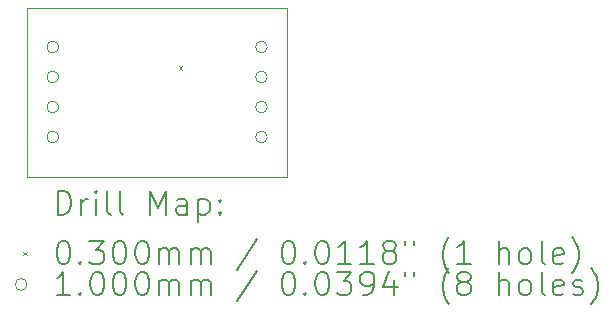
<source format=gbr>
%TF.GenerationSoftware,KiCad,Pcbnew,9.0.2*%
%TF.CreationDate,2025-07-09T22:06:22-04:00*%
%TF.ProjectId,inst_amp_ina333,696e7374-5f61-46d7-905f-696e61333333,rev?*%
%TF.SameCoordinates,Original*%
%TF.FileFunction,Drillmap*%
%TF.FilePolarity,Positive*%
%FSLAX45Y45*%
G04 Gerber Fmt 4.5, Leading zero omitted, Abs format (unit mm)*
G04 Created by KiCad (PCBNEW 9.0.2) date 2025-07-09 22:06:22*
%MOMM*%
%LPD*%
G01*
G04 APERTURE LIST*
%ADD10C,0.050000*%
%ADD11C,0.200000*%
%ADD12C,0.100000*%
G04 APERTURE END LIST*
D10*
X12750800Y-6019800D02*
X14947900Y-6019800D01*
X14947900Y-7454900D01*
X12750800Y-7454900D01*
X12750800Y-6019800D01*
D11*
D12*
X14031200Y-6512800D02*
X14061200Y-6542800D01*
X14061200Y-6512800D02*
X14031200Y-6542800D01*
X13016700Y-6350000D02*
G75*
G02*
X12916700Y-6350000I-50000J0D01*
G01*
X12916700Y-6350000D02*
G75*
G02*
X13016700Y-6350000I50000J0D01*
G01*
X13016700Y-6604000D02*
G75*
G02*
X12916700Y-6604000I-50000J0D01*
G01*
X12916700Y-6604000D02*
G75*
G02*
X13016700Y-6604000I50000J0D01*
G01*
X13016700Y-6858000D02*
G75*
G02*
X12916700Y-6858000I-50000J0D01*
G01*
X12916700Y-6858000D02*
G75*
G02*
X13016700Y-6858000I50000J0D01*
G01*
X13016700Y-7112000D02*
G75*
G02*
X12916700Y-7112000I-50000J0D01*
G01*
X12916700Y-7112000D02*
G75*
G02*
X13016700Y-7112000I50000J0D01*
G01*
X14782000Y-6350000D02*
G75*
G02*
X14682000Y-6350000I-50000J0D01*
G01*
X14682000Y-6350000D02*
G75*
G02*
X14782000Y-6350000I50000J0D01*
G01*
X14782000Y-6604000D02*
G75*
G02*
X14682000Y-6604000I-50000J0D01*
G01*
X14682000Y-6604000D02*
G75*
G02*
X14782000Y-6604000I50000J0D01*
G01*
X14782000Y-6858000D02*
G75*
G02*
X14682000Y-6858000I-50000J0D01*
G01*
X14682000Y-6858000D02*
G75*
G02*
X14782000Y-6858000I50000J0D01*
G01*
X14782000Y-7112000D02*
G75*
G02*
X14682000Y-7112000I-50000J0D01*
G01*
X14682000Y-7112000D02*
G75*
G02*
X14782000Y-7112000I50000J0D01*
G01*
D11*
X13009077Y-7768884D02*
X13009077Y-7568884D01*
X13009077Y-7568884D02*
X13056696Y-7568884D01*
X13056696Y-7568884D02*
X13085267Y-7578408D01*
X13085267Y-7578408D02*
X13104315Y-7597455D01*
X13104315Y-7597455D02*
X13113839Y-7616503D01*
X13113839Y-7616503D02*
X13123362Y-7654598D01*
X13123362Y-7654598D02*
X13123362Y-7683169D01*
X13123362Y-7683169D02*
X13113839Y-7721265D01*
X13113839Y-7721265D02*
X13104315Y-7740312D01*
X13104315Y-7740312D02*
X13085267Y-7759360D01*
X13085267Y-7759360D02*
X13056696Y-7768884D01*
X13056696Y-7768884D02*
X13009077Y-7768884D01*
X13209077Y-7768884D02*
X13209077Y-7635550D01*
X13209077Y-7673646D02*
X13218601Y-7654598D01*
X13218601Y-7654598D02*
X13228124Y-7645074D01*
X13228124Y-7645074D02*
X13247172Y-7635550D01*
X13247172Y-7635550D02*
X13266220Y-7635550D01*
X13332886Y-7768884D02*
X13332886Y-7635550D01*
X13332886Y-7568884D02*
X13323362Y-7578408D01*
X13323362Y-7578408D02*
X13332886Y-7587931D01*
X13332886Y-7587931D02*
X13342410Y-7578408D01*
X13342410Y-7578408D02*
X13332886Y-7568884D01*
X13332886Y-7568884D02*
X13332886Y-7587931D01*
X13456696Y-7768884D02*
X13437648Y-7759360D01*
X13437648Y-7759360D02*
X13428124Y-7740312D01*
X13428124Y-7740312D02*
X13428124Y-7568884D01*
X13561458Y-7768884D02*
X13542410Y-7759360D01*
X13542410Y-7759360D02*
X13532886Y-7740312D01*
X13532886Y-7740312D02*
X13532886Y-7568884D01*
X13790029Y-7768884D02*
X13790029Y-7568884D01*
X13790029Y-7568884D02*
X13856696Y-7711741D01*
X13856696Y-7711741D02*
X13923362Y-7568884D01*
X13923362Y-7568884D02*
X13923362Y-7768884D01*
X14104315Y-7768884D02*
X14104315Y-7664122D01*
X14104315Y-7664122D02*
X14094791Y-7645074D01*
X14094791Y-7645074D02*
X14075743Y-7635550D01*
X14075743Y-7635550D02*
X14037648Y-7635550D01*
X14037648Y-7635550D02*
X14018601Y-7645074D01*
X14104315Y-7759360D02*
X14085267Y-7768884D01*
X14085267Y-7768884D02*
X14037648Y-7768884D01*
X14037648Y-7768884D02*
X14018601Y-7759360D01*
X14018601Y-7759360D02*
X14009077Y-7740312D01*
X14009077Y-7740312D02*
X14009077Y-7721265D01*
X14009077Y-7721265D02*
X14018601Y-7702217D01*
X14018601Y-7702217D02*
X14037648Y-7692693D01*
X14037648Y-7692693D02*
X14085267Y-7692693D01*
X14085267Y-7692693D02*
X14104315Y-7683169D01*
X14199553Y-7635550D02*
X14199553Y-7835550D01*
X14199553Y-7645074D02*
X14218601Y-7635550D01*
X14218601Y-7635550D02*
X14256696Y-7635550D01*
X14256696Y-7635550D02*
X14275743Y-7645074D01*
X14275743Y-7645074D02*
X14285267Y-7654598D01*
X14285267Y-7654598D02*
X14294791Y-7673646D01*
X14294791Y-7673646D02*
X14294791Y-7730788D01*
X14294791Y-7730788D02*
X14285267Y-7749836D01*
X14285267Y-7749836D02*
X14275743Y-7759360D01*
X14275743Y-7759360D02*
X14256696Y-7768884D01*
X14256696Y-7768884D02*
X14218601Y-7768884D01*
X14218601Y-7768884D02*
X14199553Y-7759360D01*
X14380505Y-7749836D02*
X14390029Y-7759360D01*
X14390029Y-7759360D02*
X14380505Y-7768884D01*
X14380505Y-7768884D02*
X14370982Y-7759360D01*
X14370982Y-7759360D02*
X14380505Y-7749836D01*
X14380505Y-7749836D02*
X14380505Y-7768884D01*
X14380505Y-7645074D02*
X14390029Y-7654598D01*
X14390029Y-7654598D02*
X14380505Y-7664122D01*
X14380505Y-7664122D02*
X14370982Y-7654598D01*
X14370982Y-7654598D02*
X14380505Y-7645074D01*
X14380505Y-7645074D02*
X14380505Y-7664122D01*
D12*
X12718300Y-8082400D02*
X12748300Y-8112400D01*
X12748300Y-8082400D02*
X12718300Y-8112400D01*
D11*
X13047172Y-7988884D02*
X13066220Y-7988884D01*
X13066220Y-7988884D02*
X13085267Y-7998408D01*
X13085267Y-7998408D02*
X13094791Y-8007931D01*
X13094791Y-8007931D02*
X13104315Y-8026979D01*
X13104315Y-8026979D02*
X13113839Y-8065074D01*
X13113839Y-8065074D02*
X13113839Y-8112693D01*
X13113839Y-8112693D02*
X13104315Y-8150788D01*
X13104315Y-8150788D02*
X13094791Y-8169836D01*
X13094791Y-8169836D02*
X13085267Y-8179360D01*
X13085267Y-8179360D02*
X13066220Y-8188884D01*
X13066220Y-8188884D02*
X13047172Y-8188884D01*
X13047172Y-8188884D02*
X13028124Y-8179360D01*
X13028124Y-8179360D02*
X13018601Y-8169836D01*
X13018601Y-8169836D02*
X13009077Y-8150788D01*
X13009077Y-8150788D02*
X12999553Y-8112693D01*
X12999553Y-8112693D02*
X12999553Y-8065074D01*
X12999553Y-8065074D02*
X13009077Y-8026979D01*
X13009077Y-8026979D02*
X13018601Y-8007931D01*
X13018601Y-8007931D02*
X13028124Y-7998408D01*
X13028124Y-7998408D02*
X13047172Y-7988884D01*
X13199553Y-8169836D02*
X13209077Y-8179360D01*
X13209077Y-8179360D02*
X13199553Y-8188884D01*
X13199553Y-8188884D02*
X13190029Y-8179360D01*
X13190029Y-8179360D02*
X13199553Y-8169836D01*
X13199553Y-8169836D02*
X13199553Y-8188884D01*
X13275743Y-7988884D02*
X13399553Y-7988884D01*
X13399553Y-7988884D02*
X13332886Y-8065074D01*
X13332886Y-8065074D02*
X13361458Y-8065074D01*
X13361458Y-8065074D02*
X13380505Y-8074598D01*
X13380505Y-8074598D02*
X13390029Y-8084122D01*
X13390029Y-8084122D02*
X13399553Y-8103169D01*
X13399553Y-8103169D02*
X13399553Y-8150788D01*
X13399553Y-8150788D02*
X13390029Y-8169836D01*
X13390029Y-8169836D02*
X13380505Y-8179360D01*
X13380505Y-8179360D02*
X13361458Y-8188884D01*
X13361458Y-8188884D02*
X13304315Y-8188884D01*
X13304315Y-8188884D02*
X13285267Y-8179360D01*
X13285267Y-8179360D02*
X13275743Y-8169836D01*
X13523362Y-7988884D02*
X13542410Y-7988884D01*
X13542410Y-7988884D02*
X13561458Y-7998408D01*
X13561458Y-7998408D02*
X13570982Y-8007931D01*
X13570982Y-8007931D02*
X13580505Y-8026979D01*
X13580505Y-8026979D02*
X13590029Y-8065074D01*
X13590029Y-8065074D02*
X13590029Y-8112693D01*
X13590029Y-8112693D02*
X13580505Y-8150788D01*
X13580505Y-8150788D02*
X13570982Y-8169836D01*
X13570982Y-8169836D02*
X13561458Y-8179360D01*
X13561458Y-8179360D02*
X13542410Y-8188884D01*
X13542410Y-8188884D02*
X13523362Y-8188884D01*
X13523362Y-8188884D02*
X13504315Y-8179360D01*
X13504315Y-8179360D02*
X13494791Y-8169836D01*
X13494791Y-8169836D02*
X13485267Y-8150788D01*
X13485267Y-8150788D02*
X13475743Y-8112693D01*
X13475743Y-8112693D02*
X13475743Y-8065074D01*
X13475743Y-8065074D02*
X13485267Y-8026979D01*
X13485267Y-8026979D02*
X13494791Y-8007931D01*
X13494791Y-8007931D02*
X13504315Y-7998408D01*
X13504315Y-7998408D02*
X13523362Y-7988884D01*
X13713839Y-7988884D02*
X13732886Y-7988884D01*
X13732886Y-7988884D02*
X13751934Y-7998408D01*
X13751934Y-7998408D02*
X13761458Y-8007931D01*
X13761458Y-8007931D02*
X13770982Y-8026979D01*
X13770982Y-8026979D02*
X13780505Y-8065074D01*
X13780505Y-8065074D02*
X13780505Y-8112693D01*
X13780505Y-8112693D02*
X13770982Y-8150788D01*
X13770982Y-8150788D02*
X13761458Y-8169836D01*
X13761458Y-8169836D02*
X13751934Y-8179360D01*
X13751934Y-8179360D02*
X13732886Y-8188884D01*
X13732886Y-8188884D02*
X13713839Y-8188884D01*
X13713839Y-8188884D02*
X13694791Y-8179360D01*
X13694791Y-8179360D02*
X13685267Y-8169836D01*
X13685267Y-8169836D02*
X13675743Y-8150788D01*
X13675743Y-8150788D02*
X13666220Y-8112693D01*
X13666220Y-8112693D02*
X13666220Y-8065074D01*
X13666220Y-8065074D02*
X13675743Y-8026979D01*
X13675743Y-8026979D02*
X13685267Y-8007931D01*
X13685267Y-8007931D02*
X13694791Y-7998408D01*
X13694791Y-7998408D02*
X13713839Y-7988884D01*
X13866220Y-8188884D02*
X13866220Y-8055550D01*
X13866220Y-8074598D02*
X13875743Y-8065074D01*
X13875743Y-8065074D02*
X13894791Y-8055550D01*
X13894791Y-8055550D02*
X13923363Y-8055550D01*
X13923363Y-8055550D02*
X13942410Y-8065074D01*
X13942410Y-8065074D02*
X13951934Y-8084122D01*
X13951934Y-8084122D02*
X13951934Y-8188884D01*
X13951934Y-8084122D02*
X13961458Y-8065074D01*
X13961458Y-8065074D02*
X13980505Y-8055550D01*
X13980505Y-8055550D02*
X14009077Y-8055550D01*
X14009077Y-8055550D02*
X14028124Y-8065074D01*
X14028124Y-8065074D02*
X14037648Y-8084122D01*
X14037648Y-8084122D02*
X14037648Y-8188884D01*
X14132886Y-8188884D02*
X14132886Y-8055550D01*
X14132886Y-8074598D02*
X14142410Y-8065074D01*
X14142410Y-8065074D02*
X14161458Y-8055550D01*
X14161458Y-8055550D02*
X14190029Y-8055550D01*
X14190029Y-8055550D02*
X14209077Y-8065074D01*
X14209077Y-8065074D02*
X14218601Y-8084122D01*
X14218601Y-8084122D02*
X14218601Y-8188884D01*
X14218601Y-8084122D02*
X14228124Y-8065074D01*
X14228124Y-8065074D02*
X14247172Y-8055550D01*
X14247172Y-8055550D02*
X14275743Y-8055550D01*
X14275743Y-8055550D02*
X14294791Y-8065074D01*
X14294791Y-8065074D02*
X14304315Y-8084122D01*
X14304315Y-8084122D02*
X14304315Y-8188884D01*
X14694791Y-7979360D02*
X14523363Y-8236503D01*
X14951934Y-7988884D02*
X14970982Y-7988884D01*
X14970982Y-7988884D02*
X14990029Y-7998408D01*
X14990029Y-7998408D02*
X14999553Y-8007931D01*
X14999553Y-8007931D02*
X15009077Y-8026979D01*
X15009077Y-8026979D02*
X15018601Y-8065074D01*
X15018601Y-8065074D02*
X15018601Y-8112693D01*
X15018601Y-8112693D02*
X15009077Y-8150788D01*
X15009077Y-8150788D02*
X14999553Y-8169836D01*
X14999553Y-8169836D02*
X14990029Y-8179360D01*
X14990029Y-8179360D02*
X14970982Y-8188884D01*
X14970982Y-8188884D02*
X14951934Y-8188884D01*
X14951934Y-8188884D02*
X14932886Y-8179360D01*
X14932886Y-8179360D02*
X14923363Y-8169836D01*
X14923363Y-8169836D02*
X14913839Y-8150788D01*
X14913839Y-8150788D02*
X14904315Y-8112693D01*
X14904315Y-8112693D02*
X14904315Y-8065074D01*
X14904315Y-8065074D02*
X14913839Y-8026979D01*
X14913839Y-8026979D02*
X14923363Y-8007931D01*
X14923363Y-8007931D02*
X14932886Y-7998408D01*
X14932886Y-7998408D02*
X14951934Y-7988884D01*
X15104315Y-8169836D02*
X15113839Y-8179360D01*
X15113839Y-8179360D02*
X15104315Y-8188884D01*
X15104315Y-8188884D02*
X15094791Y-8179360D01*
X15094791Y-8179360D02*
X15104315Y-8169836D01*
X15104315Y-8169836D02*
X15104315Y-8188884D01*
X15237648Y-7988884D02*
X15256696Y-7988884D01*
X15256696Y-7988884D02*
X15275744Y-7998408D01*
X15275744Y-7998408D02*
X15285267Y-8007931D01*
X15285267Y-8007931D02*
X15294791Y-8026979D01*
X15294791Y-8026979D02*
X15304315Y-8065074D01*
X15304315Y-8065074D02*
X15304315Y-8112693D01*
X15304315Y-8112693D02*
X15294791Y-8150788D01*
X15294791Y-8150788D02*
X15285267Y-8169836D01*
X15285267Y-8169836D02*
X15275744Y-8179360D01*
X15275744Y-8179360D02*
X15256696Y-8188884D01*
X15256696Y-8188884D02*
X15237648Y-8188884D01*
X15237648Y-8188884D02*
X15218601Y-8179360D01*
X15218601Y-8179360D02*
X15209077Y-8169836D01*
X15209077Y-8169836D02*
X15199553Y-8150788D01*
X15199553Y-8150788D02*
X15190029Y-8112693D01*
X15190029Y-8112693D02*
X15190029Y-8065074D01*
X15190029Y-8065074D02*
X15199553Y-8026979D01*
X15199553Y-8026979D02*
X15209077Y-8007931D01*
X15209077Y-8007931D02*
X15218601Y-7998408D01*
X15218601Y-7998408D02*
X15237648Y-7988884D01*
X15494791Y-8188884D02*
X15380506Y-8188884D01*
X15437648Y-8188884D02*
X15437648Y-7988884D01*
X15437648Y-7988884D02*
X15418601Y-8017455D01*
X15418601Y-8017455D02*
X15399553Y-8036503D01*
X15399553Y-8036503D02*
X15380506Y-8046027D01*
X15685267Y-8188884D02*
X15570982Y-8188884D01*
X15628125Y-8188884D02*
X15628125Y-7988884D01*
X15628125Y-7988884D02*
X15609077Y-8017455D01*
X15609077Y-8017455D02*
X15590029Y-8036503D01*
X15590029Y-8036503D02*
X15570982Y-8046027D01*
X15799553Y-8074598D02*
X15780506Y-8065074D01*
X15780506Y-8065074D02*
X15770982Y-8055550D01*
X15770982Y-8055550D02*
X15761458Y-8036503D01*
X15761458Y-8036503D02*
X15761458Y-8026979D01*
X15761458Y-8026979D02*
X15770982Y-8007931D01*
X15770982Y-8007931D02*
X15780506Y-7998408D01*
X15780506Y-7998408D02*
X15799553Y-7988884D01*
X15799553Y-7988884D02*
X15837648Y-7988884D01*
X15837648Y-7988884D02*
X15856696Y-7998408D01*
X15856696Y-7998408D02*
X15866220Y-8007931D01*
X15866220Y-8007931D02*
X15875744Y-8026979D01*
X15875744Y-8026979D02*
X15875744Y-8036503D01*
X15875744Y-8036503D02*
X15866220Y-8055550D01*
X15866220Y-8055550D02*
X15856696Y-8065074D01*
X15856696Y-8065074D02*
X15837648Y-8074598D01*
X15837648Y-8074598D02*
X15799553Y-8074598D01*
X15799553Y-8074598D02*
X15780506Y-8084122D01*
X15780506Y-8084122D02*
X15770982Y-8093646D01*
X15770982Y-8093646D02*
X15761458Y-8112693D01*
X15761458Y-8112693D02*
X15761458Y-8150788D01*
X15761458Y-8150788D02*
X15770982Y-8169836D01*
X15770982Y-8169836D02*
X15780506Y-8179360D01*
X15780506Y-8179360D02*
X15799553Y-8188884D01*
X15799553Y-8188884D02*
X15837648Y-8188884D01*
X15837648Y-8188884D02*
X15856696Y-8179360D01*
X15856696Y-8179360D02*
X15866220Y-8169836D01*
X15866220Y-8169836D02*
X15875744Y-8150788D01*
X15875744Y-8150788D02*
X15875744Y-8112693D01*
X15875744Y-8112693D02*
X15866220Y-8093646D01*
X15866220Y-8093646D02*
X15856696Y-8084122D01*
X15856696Y-8084122D02*
X15837648Y-8074598D01*
X15951934Y-7988884D02*
X15951934Y-8026979D01*
X16028125Y-7988884D02*
X16028125Y-8026979D01*
X16323363Y-8265074D02*
X16313839Y-8255550D01*
X16313839Y-8255550D02*
X16294791Y-8226979D01*
X16294791Y-8226979D02*
X16285268Y-8207931D01*
X16285268Y-8207931D02*
X16275744Y-8179360D01*
X16275744Y-8179360D02*
X16266220Y-8131741D01*
X16266220Y-8131741D02*
X16266220Y-8093646D01*
X16266220Y-8093646D02*
X16275744Y-8046027D01*
X16275744Y-8046027D02*
X16285268Y-8017455D01*
X16285268Y-8017455D02*
X16294791Y-7998408D01*
X16294791Y-7998408D02*
X16313839Y-7969836D01*
X16313839Y-7969836D02*
X16323363Y-7960312D01*
X16504315Y-8188884D02*
X16390029Y-8188884D01*
X16447172Y-8188884D02*
X16447172Y-7988884D01*
X16447172Y-7988884D02*
X16428125Y-8017455D01*
X16428125Y-8017455D02*
X16409077Y-8036503D01*
X16409077Y-8036503D02*
X16390029Y-8046027D01*
X16742410Y-8188884D02*
X16742410Y-7988884D01*
X16828125Y-8188884D02*
X16828125Y-8084122D01*
X16828125Y-8084122D02*
X16818601Y-8065074D01*
X16818601Y-8065074D02*
X16799553Y-8055550D01*
X16799553Y-8055550D02*
X16770982Y-8055550D01*
X16770982Y-8055550D02*
X16751934Y-8065074D01*
X16751934Y-8065074D02*
X16742410Y-8074598D01*
X16951934Y-8188884D02*
X16932887Y-8179360D01*
X16932887Y-8179360D02*
X16923363Y-8169836D01*
X16923363Y-8169836D02*
X16913839Y-8150788D01*
X16913839Y-8150788D02*
X16913839Y-8093646D01*
X16913839Y-8093646D02*
X16923363Y-8074598D01*
X16923363Y-8074598D02*
X16932887Y-8065074D01*
X16932887Y-8065074D02*
X16951934Y-8055550D01*
X16951934Y-8055550D02*
X16980506Y-8055550D01*
X16980506Y-8055550D02*
X16999553Y-8065074D01*
X16999553Y-8065074D02*
X17009077Y-8074598D01*
X17009077Y-8074598D02*
X17018601Y-8093646D01*
X17018601Y-8093646D02*
X17018601Y-8150788D01*
X17018601Y-8150788D02*
X17009077Y-8169836D01*
X17009077Y-8169836D02*
X16999553Y-8179360D01*
X16999553Y-8179360D02*
X16980506Y-8188884D01*
X16980506Y-8188884D02*
X16951934Y-8188884D01*
X17132887Y-8188884D02*
X17113839Y-8179360D01*
X17113839Y-8179360D02*
X17104315Y-8160312D01*
X17104315Y-8160312D02*
X17104315Y-7988884D01*
X17285268Y-8179360D02*
X17266220Y-8188884D01*
X17266220Y-8188884D02*
X17228125Y-8188884D01*
X17228125Y-8188884D02*
X17209077Y-8179360D01*
X17209077Y-8179360D02*
X17199553Y-8160312D01*
X17199553Y-8160312D02*
X17199553Y-8084122D01*
X17199553Y-8084122D02*
X17209077Y-8065074D01*
X17209077Y-8065074D02*
X17228125Y-8055550D01*
X17228125Y-8055550D02*
X17266220Y-8055550D01*
X17266220Y-8055550D02*
X17285268Y-8065074D01*
X17285268Y-8065074D02*
X17294792Y-8084122D01*
X17294792Y-8084122D02*
X17294792Y-8103169D01*
X17294792Y-8103169D02*
X17199553Y-8122217D01*
X17361458Y-8265074D02*
X17370982Y-8255550D01*
X17370982Y-8255550D02*
X17390030Y-8226979D01*
X17390030Y-8226979D02*
X17399553Y-8207931D01*
X17399553Y-8207931D02*
X17409077Y-8179360D01*
X17409077Y-8179360D02*
X17418601Y-8131741D01*
X17418601Y-8131741D02*
X17418601Y-8093646D01*
X17418601Y-8093646D02*
X17409077Y-8046027D01*
X17409077Y-8046027D02*
X17399553Y-8017455D01*
X17399553Y-8017455D02*
X17390030Y-7998408D01*
X17390030Y-7998408D02*
X17370982Y-7969836D01*
X17370982Y-7969836D02*
X17361458Y-7960312D01*
D12*
X12748300Y-8361400D02*
G75*
G02*
X12648300Y-8361400I-50000J0D01*
G01*
X12648300Y-8361400D02*
G75*
G02*
X12748300Y-8361400I50000J0D01*
G01*
D11*
X13113839Y-8452884D02*
X12999553Y-8452884D01*
X13056696Y-8452884D02*
X13056696Y-8252884D01*
X13056696Y-8252884D02*
X13037648Y-8281455D01*
X13037648Y-8281455D02*
X13018601Y-8300503D01*
X13018601Y-8300503D02*
X12999553Y-8310027D01*
X13199553Y-8433836D02*
X13209077Y-8443360D01*
X13209077Y-8443360D02*
X13199553Y-8452884D01*
X13199553Y-8452884D02*
X13190029Y-8443360D01*
X13190029Y-8443360D02*
X13199553Y-8433836D01*
X13199553Y-8433836D02*
X13199553Y-8452884D01*
X13332886Y-8252884D02*
X13351934Y-8252884D01*
X13351934Y-8252884D02*
X13370982Y-8262408D01*
X13370982Y-8262408D02*
X13380505Y-8271931D01*
X13380505Y-8271931D02*
X13390029Y-8290979D01*
X13390029Y-8290979D02*
X13399553Y-8329074D01*
X13399553Y-8329074D02*
X13399553Y-8376693D01*
X13399553Y-8376693D02*
X13390029Y-8414789D01*
X13390029Y-8414789D02*
X13380505Y-8433836D01*
X13380505Y-8433836D02*
X13370982Y-8443360D01*
X13370982Y-8443360D02*
X13351934Y-8452884D01*
X13351934Y-8452884D02*
X13332886Y-8452884D01*
X13332886Y-8452884D02*
X13313839Y-8443360D01*
X13313839Y-8443360D02*
X13304315Y-8433836D01*
X13304315Y-8433836D02*
X13294791Y-8414789D01*
X13294791Y-8414789D02*
X13285267Y-8376693D01*
X13285267Y-8376693D02*
X13285267Y-8329074D01*
X13285267Y-8329074D02*
X13294791Y-8290979D01*
X13294791Y-8290979D02*
X13304315Y-8271931D01*
X13304315Y-8271931D02*
X13313839Y-8262408D01*
X13313839Y-8262408D02*
X13332886Y-8252884D01*
X13523362Y-8252884D02*
X13542410Y-8252884D01*
X13542410Y-8252884D02*
X13561458Y-8262408D01*
X13561458Y-8262408D02*
X13570982Y-8271931D01*
X13570982Y-8271931D02*
X13580505Y-8290979D01*
X13580505Y-8290979D02*
X13590029Y-8329074D01*
X13590029Y-8329074D02*
X13590029Y-8376693D01*
X13590029Y-8376693D02*
X13580505Y-8414789D01*
X13580505Y-8414789D02*
X13570982Y-8433836D01*
X13570982Y-8433836D02*
X13561458Y-8443360D01*
X13561458Y-8443360D02*
X13542410Y-8452884D01*
X13542410Y-8452884D02*
X13523362Y-8452884D01*
X13523362Y-8452884D02*
X13504315Y-8443360D01*
X13504315Y-8443360D02*
X13494791Y-8433836D01*
X13494791Y-8433836D02*
X13485267Y-8414789D01*
X13485267Y-8414789D02*
X13475743Y-8376693D01*
X13475743Y-8376693D02*
X13475743Y-8329074D01*
X13475743Y-8329074D02*
X13485267Y-8290979D01*
X13485267Y-8290979D02*
X13494791Y-8271931D01*
X13494791Y-8271931D02*
X13504315Y-8262408D01*
X13504315Y-8262408D02*
X13523362Y-8252884D01*
X13713839Y-8252884D02*
X13732886Y-8252884D01*
X13732886Y-8252884D02*
X13751934Y-8262408D01*
X13751934Y-8262408D02*
X13761458Y-8271931D01*
X13761458Y-8271931D02*
X13770982Y-8290979D01*
X13770982Y-8290979D02*
X13780505Y-8329074D01*
X13780505Y-8329074D02*
X13780505Y-8376693D01*
X13780505Y-8376693D02*
X13770982Y-8414789D01*
X13770982Y-8414789D02*
X13761458Y-8433836D01*
X13761458Y-8433836D02*
X13751934Y-8443360D01*
X13751934Y-8443360D02*
X13732886Y-8452884D01*
X13732886Y-8452884D02*
X13713839Y-8452884D01*
X13713839Y-8452884D02*
X13694791Y-8443360D01*
X13694791Y-8443360D02*
X13685267Y-8433836D01*
X13685267Y-8433836D02*
X13675743Y-8414789D01*
X13675743Y-8414789D02*
X13666220Y-8376693D01*
X13666220Y-8376693D02*
X13666220Y-8329074D01*
X13666220Y-8329074D02*
X13675743Y-8290979D01*
X13675743Y-8290979D02*
X13685267Y-8271931D01*
X13685267Y-8271931D02*
X13694791Y-8262408D01*
X13694791Y-8262408D02*
X13713839Y-8252884D01*
X13866220Y-8452884D02*
X13866220Y-8319550D01*
X13866220Y-8338598D02*
X13875743Y-8329074D01*
X13875743Y-8329074D02*
X13894791Y-8319550D01*
X13894791Y-8319550D02*
X13923363Y-8319550D01*
X13923363Y-8319550D02*
X13942410Y-8329074D01*
X13942410Y-8329074D02*
X13951934Y-8348122D01*
X13951934Y-8348122D02*
X13951934Y-8452884D01*
X13951934Y-8348122D02*
X13961458Y-8329074D01*
X13961458Y-8329074D02*
X13980505Y-8319550D01*
X13980505Y-8319550D02*
X14009077Y-8319550D01*
X14009077Y-8319550D02*
X14028124Y-8329074D01*
X14028124Y-8329074D02*
X14037648Y-8348122D01*
X14037648Y-8348122D02*
X14037648Y-8452884D01*
X14132886Y-8452884D02*
X14132886Y-8319550D01*
X14132886Y-8338598D02*
X14142410Y-8329074D01*
X14142410Y-8329074D02*
X14161458Y-8319550D01*
X14161458Y-8319550D02*
X14190029Y-8319550D01*
X14190029Y-8319550D02*
X14209077Y-8329074D01*
X14209077Y-8329074D02*
X14218601Y-8348122D01*
X14218601Y-8348122D02*
X14218601Y-8452884D01*
X14218601Y-8348122D02*
X14228124Y-8329074D01*
X14228124Y-8329074D02*
X14247172Y-8319550D01*
X14247172Y-8319550D02*
X14275743Y-8319550D01*
X14275743Y-8319550D02*
X14294791Y-8329074D01*
X14294791Y-8329074D02*
X14304315Y-8348122D01*
X14304315Y-8348122D02*
X14304315Y-8452884D01*
X14694791Y-8243360D02*
X14523363Y-8500503D01*
X14951934Y-8252884D02*
X14970982Y-8252884D01*
X14970982Y-8252884D02*
X14990029Y-8262408D01*
X14990029Y-8262408D02*
X14999553Y-8271931D01*
X14999553Y-8271931D02*
X15009077Y-8290979D01*
X15009077Y-8290979D02*
X15018601Y-8329074D01*
X15018601Y-8329074D02*
X15018601Y-8376693D01*
X15018601Y-8376693D02*
X15009077Y-8414789D01*
X15009077Y-8414789D02*
X14999553Y-8433836D01*
X14999553Y-8433836D02*
X14990029Y-8443360D01*
X14990029Y-8443360D02*
X14970982Y-8452884D01*
X14970982Y-8452884D02*
X14951934Y-8452884D01*
X14951934Y-8452884D02*
X14932886Y-8443360D01*
X14932886Y-8443360D02*
X14923363Y-8433836D01*
X14923363Y-8433836D02*
X14913839Y-8414789D01*
X14913839Y-8414789D02*
X14904315Y-8376693D01*
X14904315Y-8376693D02*
X14904315Y-8329074D01*
X14904315Y-8329074D02*
X14913839Y-8290979D01*
X14913839Y-8290979D02*
X14923363Y-8271931D01*
X14923363Y-8271931D02*
X14932886Y-8262408D01*
X14932886Y-8262408D02*
X14951934Y-8252884D01*
X15104315Y-8433836D02*
X15113839Y-8443360D01*
X15113839Y-8443360D02*
X15104315Y-8452884D01*
X15104315Y-8452884D02*
X15094791Y-8443360D01*
X15094791Y-8443360D02*
X15104315Y-8433836D01*
X15104315Y-8433836D02*
X15104315Y-8452884D01*
X15237648Y-8252884D02*
X15256696Y-8252884D01*
X15256696Y-8252884D02*
X15275744Y-8262408D01*
X15275744Y-8262408D02*
X15285267Y-8271931D01*
X15285267Y-8271931D02*
X15294791Y-8290979D01*
X15294791Y-8290979D02*
X15304315Y-8329074D01*
X15304315Y-8329074D02*
X15304315Y-8376693D01*
X15304315Y-8376693D02*
X15294791Y-8414789D01*
X15294791Y-8414789D02*
X15285267Y-8433836D01*
X15285267Y-8433836D02*
X15275744Y-8443360D01*
X15275744Y-8443360D02*
X15256696Y-8452884D01*
X15256696Y-8452884D02*
X15237648Y-8452884D01*
X15237648Y-8452884D02*
X15218601Y-8443360D01*
X15218601Y-8443360D02*
X15209077Y-8433836D01*
X15209077Y-8433836D02*
X15199553Y-8414789D01*
X15199553Y-8414789D02*
X15190029Y-8376693D01*
X15190029Y-8376693D02*
X15190029Y-8329074D01*
X15190029Y-8329074D02*
X15199553Y-8290979D01*
X15199553Y-8290979D02*
X15209077Y-8271931D01*
X15209077Y-8271931D02*
X15218601Y-8262408D01*
X15218601Y-8262408D02*
X15237648Y-8252884D01*
X15370982Y-8252884D02*
X15494791Y-8252884D01*
X15494791Y-8252884D02*
X15428125Y-8329074D01*
X15428125Y-8329074D02*
X15456696Y-8329074D01*
X15456696Y-8329074D02*
X15475744Y-8338598D01*
X15475744Y-8338598D02*
X15485267Y-8348122D01*
X15485267Y-8348122D02*
X15494791Y-8367169D01*
X15494791Y-8367169D02*
X15494791Y-8414789D01*
X15494791Y-8414789D02*
X15485267Y-8433836D01*
X15485267Y-8433836D02*
X15475744Y-8443360D01*
X15475744Y-8443360D02*
X15456696Y-8452884D01*
X15456696Y-8452884D02*
X15399553Y-8452884D01*
X15399553Y-8452884D02*
X15380506Y-8443360D01*
X15380506Y-8443360D02*
X15370982Y-8433836D01*
X15590029Y-8452884D02*
X15628125Y-8452884D01*
X15628125Y-8452884D02*
X15647172Y-8443360D01*
X15647172Y-8443360D02*
X15656696Y-8433836D01*
X15656696Y-8433836D02*
X15675744Y-8405265D01*
X15675744Y-8405265D02*
X15685267Y-8367169D01*
X15685267Y-8367169D02*
X15685267Y-8290979D01*
X15685267Y-8290979D02*
X15675744Y-8271931D01*
X15675744Y-8271931D02*
X15666220Y-8262408D01*
X15666220Y-8262408D02*
X15647172Y-8252884D01*
X15647172Y-8252884D02*
X15609077Y-8252884D01*
X15609077Y-8252884D02*
X15590029Y-8262408D01*
X15590029Y-8262408D02*
X15580506Y-8271931D01*
X15580506Y-8271931D02*
X15570982Y-8290979D01*
X15570982Y-8290979D02*
X15570982Y-8338598D01*
X15570982Y-8338598D02*
X15580506Y-8357646D01*
X15580506Y-8357646D02*
X15590029Y-8367169D01*
X15590029Y-8367169D02*
X15609077Y-8376693D01*
X15609077Y-8376693D02*
X15647172Y-8376693D01*
X15647172Y-8376693D02*
X15666220Y-8367169D01*
X15666220Y-8367169D02*
X15675744Y-8357646D01*
X15675744Y-8357646D02*
X15685267Y-8338598D01*
X15856696Y-8319550D02*
X15856696Y-8452884D01*
X15809077Y-8243360D02*
X15761458Y-8386217D01*
X15761458Y-8386217D02*
X15885267Y-8386217D01*
X15951934Y-8252884D02*
X15951934Y-8290979D01*
X16028125Y-8252884D02*
X16028125Y-8290979D01*
X16323363Y-8529074D02*
X16313839Y-8519550D01*
X16313839Y-8519550D02*
X16294791Y-8490979D01*
X16294791Y-8490979D02*
X16285268Y-8471931D01*
X16285268Y-8471931D02*
X16275744Y-8443360D01*
X16275744Y-8443360D02*
X16266220Y-8395741D01*
X16266220Y-8395741D02*
X16266220Y-8357646D01*
X16266220Y-8357646D02*
X16275744Y-8310027D01*
X16275744Y-8310027D02*
X16285268Y-8281455D01*
X16285268Y-8281455D02*
X16294791Y-8262408D01*
X16294791Y-8262408D02*
X16313839Y-8233836D01*
X16313839Y-8233836D02*
X16323363Y-8224312D01*
X16428125Y-8338598D02*
X16409077Y-8329074D01*
X16409077Y-8329074D02*
X16399553Y-8319550D01*
X16399553Y-8319550D02*
X16390029Y-8300503D01*
X16390029Y-8300503D02*
X16390029Y-8290979D01*
X16390029Y-8290979D02*
X16399553Y-8271931D01*
X16399553Y-8271931D02*
X16409077Y-8262408D01*
X16409077Y-8262408D02*
X16428125Y-8252884D01*
X16428125Y-8252884D02*
X16466220Y-8252884D01*
X16466220Y-8252884D02*
X16485268Y-8262408D01*
X16485268Y-8262408D02*
X16494791Y-8271931D01*
X16494791Y-8271931D02*
X16504315Y-8290979D01*
X16504315Y-8290979D02*
X16504315Y-8300503D01*
X16504315Y-8300503D02*
X16494791Y-8319550D01*
X16494791Y-8319550D02*
X16485268Y-8329074D01*
X16485268Y-8329074D02*
X16466220Y-8338598D01*
X16466220Y-8338598D02*
X16428125Y-8338598D01*
X16428125Y-8338598D02*
X16409077Y-8348122D01*
X16409077Y-8348122D02*
X16399553Y-8357646D01*
X16399553Y-8357646D02*
X16390029Y-8376693D01*
X16390029Y-8376693D02*
X16390029Y-8414789D01*
X16390029Y-8414789D02*
X16399553Y-8433836D01*
X16399553Y-8433836D02*
X16409077Y-8443360D01*
X16409077Y-8443360D02*
X16428125Y-8452884D01*
X16428125Y-8452884D02*
X16466220Y-8452884D01*
X16466220Y-8452884D02*
X16485268Y-8443360D01*
X16485268Y-8443360D02*
X16494791Y-8433836D01*
X16494791Y-8433836D02*
X16504315Y-8414789D01*
X16504315Y-8414789D02*
X16504315Y-8376693D01*
X16504315Y-8376693D02*
X16494791Y-8357646D01*
X16494791Y-8357646D02*
X16485268Y-8348122D01*
X16485268Y-8348122D02*
X16466220Y-8338598D01*
X16742410Y-8452884D02*
X16742410Y-8252884D01*
X16828125Y-8452884D02*
X16828125Y-8348122D01*
X16828125Y-8348122D02*
X16818601Y-8329074D01*
X16818601Y-8329074D02*
X16799553Y-8319550D01*
X16799553Y-8319550D02*
X16770982Y-8319550D01*
X16770982Y-8319550D02*
X16751934Y-8329074D01*
X16751934Y-8329074D02*
X16742410Y-8338598D01*
X16951934Y-8452884D02*
X16932887Y-8443360D01*
X16932887Y-8443360D02*
X16923363Y-8433836D01*
X16923363Y-8433836D02*
X16913839Y-8414789D01*
X16913839Y-8414789D02*
X16913839Y-8357646D01*
X16913839Y-8357646D02*
X16923363Y-8338598D01*
X16923363Y-8338598D02*
X16932887Y-8329074D01*
X16932887Y-8329074D02*
X16951934Y-8319550D01*
X16951934Y-8319550D02*
X16980506Y-8319550D01*
X16980506Y-8319550D02*
X16999553Y-8329074D01*
X16999553Y-8329074D02*
X17009077Y-8338598D01*
X17009077Y-8338598D02*
X17018601Y-8357646D01*
X17018601Y-8357646D02*
X17018601Y-8414789D01*
X17018601Y-8414789D02*
X17009077Y-8433836D01*
X17009077Y-8433836D02*
X16999553Y-8443360D01*
X16999553Y-8443360D02*
X16980506Y-8452884D01*
X16980506Y-8452884D02*
X16951934Y-8452884D01*
X17132887Y-8452884D02*
X17113839Y-8443360D01*
X17113839Y-8443360D02*
X17104315Y-8424312D01*
X17104315Y-8424312D02*
X17104315Y-8252884D01*
X17285268Y-8443360D02*
X17266220Y-8452884D01*
X17266220Y-8452884D02*
X17228125Y-8452884D01*
X17228125Y-8452884D02*
X17209077Y-8443360D01*
X17209077Y-8443360D02*
X17199553Y-8424312D01*
X17199553Y-8424312D02*
X17199553Y-8348122D01*
X17199553Y-8348122D02*
X17209077Y-8329074D01*
X17209077Y-8329074D02*
X17228125Y-8319550D01*
X17228125Y-8319550D02*
X17266220Y-8319550D01*
X17266220Y-8319550D02*
X17285268Y-8329074D01*
X17285268Y-8329074D02*
X17294792Y-8348122D01*
X17294792Y-8348122D02*
X17294792Y-8367169D01*
X17294792Y-8367169D02*
X17199553Y-8386217D01*
X17370982Y-8443360D02*
X17390030Y-8452884D01*
X17390030Y-8452884D02*
X17428125Y-8452884D01*
X17428125Y-8452884D02*
X17447173Y-8443360D01*
X17447173Y-8443360D02*
X17456696Y-8424312D01*
X17456696Y-8424312D02*
X17456696Y-8414789D01*
X17456696Y-8414789D02*
X17447173Y-8395741D01*
X17447173Y-8395741D02*
X17428125Y-8386217D01*
X17428125Y-8386217D02*
X17399553Y-8386217D01*
X17399553Y-8386217D02*
X17380506Y-8376693D01*
X17380506Y-8376693D02*
X17370982Y-8357646D01*
X17370982Y-8357646D02*
X17370982Y-8348122D01*
X17370982Y-8348122D02*
X17380506Y-8329074D01*
X17380506Y-8329074D02*
X17399553Y-8319550D01*
X17399553Y-8319550D02*
X17428125Y-8319550D01*
X17428125Y-8319550D02*
X17447173Y-8329074D01*
X17523363Y-8529074D02*
X17532887Y-8519550D01*
X17532887Y-8519550D02*
X17551934Y-8490979D01*
X17551934Y-8490979D02*
X17561458Y-8471931D01*
X17561458Y-8471931D02*
X17570982Y-8443360D01*
X17570982Y-8443360D02*
X17580506Y-8395741D01*
X17580506Y-8395741D02*
X17580506Y-8357646D01*
X17580506Y-8357646D02*
X17570982Y-8310027D01*
X17570982Y-8310027D02*
X17561458Y-8281455D01*
X17561458Y-8281455D02*
X17551934Y-8262408D01*
X17551934Y-8262408D02*
X17532887Y-8233836D01*
X17532887Y-8233836D02*
X17523363Y-8224312D01*
M02*

</source>
